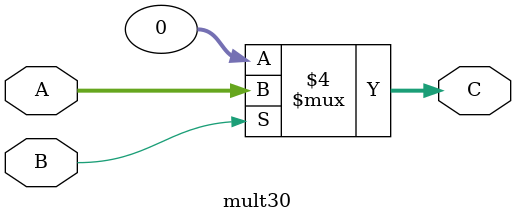
<source format=v>
module mult30 (A, B, C);

    input [31:0] A;
    input B;
    output reg [31:0] C;
    
    always@(A, B)
    begin
        if(B != 0)
            C = A;
        else
            C = 32'b0000_0000_0000_0000_0000_0000_0000_0000;   
    end
    
endmodule 
</source>
